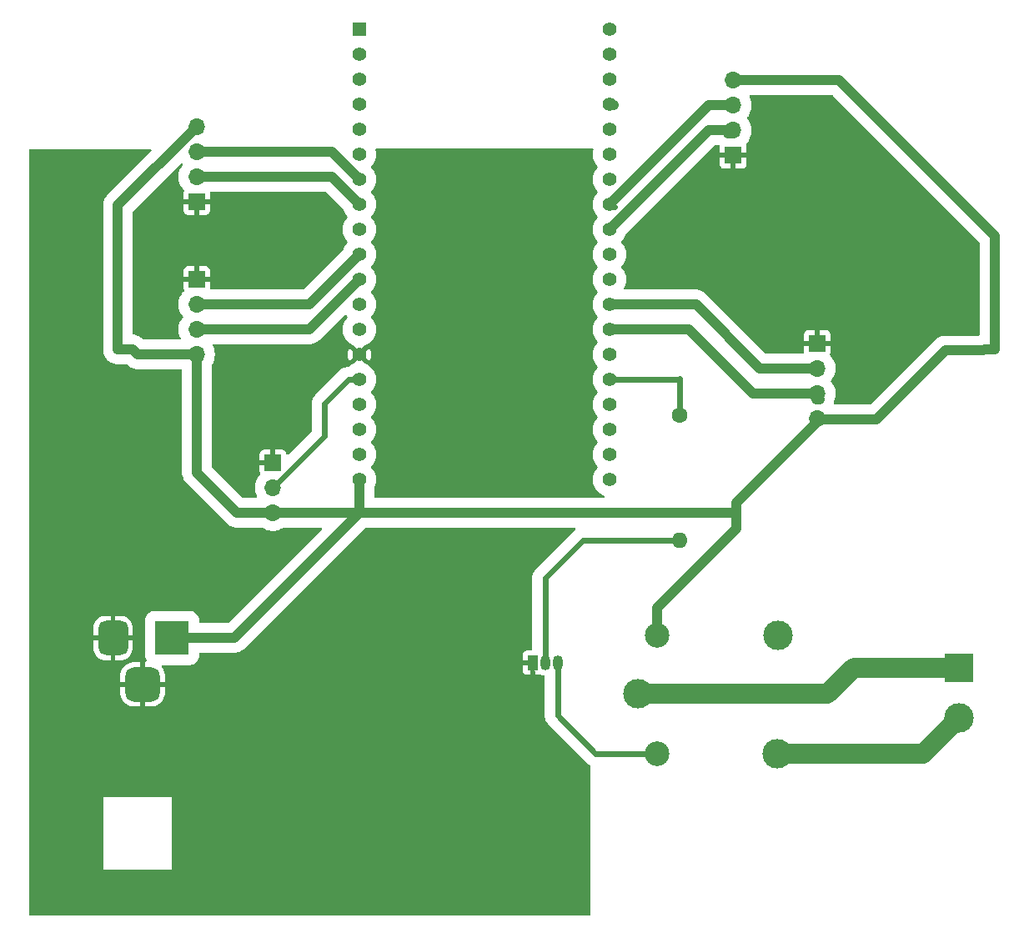
<source format=gbr>
%TF.GenerationSoftware,KiCad,Pcbnew,9.0.0*%
%TF.CreationDate,2025-02-27T14:40:57-05:00*%
%TF.ProjectId,pcb1prototipo,70636231-7072-46f7-946f-7469706f2e6b,rev?*%
%TF.SameCoordinates,Original*%
%TF.FileFunction,Copper,L2,Bot*%
%TF.FilePolarity,Positive*%
%FSLAX46Y46*%
G04 Gerber Fmt 4.6, Leading zero omitted, Abs format (unit mm)*
G04 Created by KiCad (PCBNEW 9.0.0) date 2025-02-27 14:40:57*
%MOMM*%
%LPD*%
G01*
G04 APERTURE LIST*
G04 Aperture macros list*
%AMRoundRect*
0 Rectangle with rounded corners*
0 $1 Rounding radius*
0 $2 $3 $4 $5 $6 $7 $8 $9 X,Y pos of 4 corners*
0 Add a 4 corners polygon primitive as box body*
4,1,4,$2,$3,$4,$5,$6,$7,$8,$9,$2,$3,0*
0 Add four circle primitives for the rounded corners*
1,1,$1+$1,$2,$3*
1,1,$1+$1,$4,$5*
1,1,$1+$1,$6,$7*
1,1,$1+$1,$8,$9*
0 Add four rect primitives between the rounded corners*
20,1,$1+$1,$2,$3,$4,$5,0*
20,1,$1+$1,$4,$5,$6,$7,0*
20,1,$1+$1,$6,$7,$8,$9,0*
20,1,$1+$1,$8,$9,$2,$3,0*%
G04 Aperture macros list end*
%TA.AperFunction,ComponentPad*%
%ADD10R,1.700000X1.700000*%
%TD*%
%TA.AperFunction,ComponentPad*%
%ADD11O,1.700000X1.700000*%
%TD*%
%TA.AperFunction,ComponentPad*%
%ADD12C,1.408000*%
%TD*%
%TA.AperFunction,ComponentPad*%
%ADD13R,1.408000X1.408000*%
%TD*%
%TA.AperFunction,ComponentPad*%
%ADD14O,1.600000X1.600000*%
%TD*%
%TA.AperFunction,ComponentPad*%
%ADD15C,1.600000*%
%TD*%
%TA.AperFunction,ComponentPad*%
%ADD16R,3.500000X3.500000*%
%TD*%
%TA.AperFunction,ComponentPad*%
%ADD17RoundRect,0.750000X-0.750000X-1.000000X0.750000X-1.000000X0.750000X1.000000X-0.750000X1.000000X0*%
%TD*%
%TA.AperFunction,ComponentPad*%
%ADD18RoundRect,0.875000X-0.875000X-0.875000X0.875000X-0.875000X0.875000X0.875000X-0.875000X0.875000X0*%
%TD*%
%TA.AperFunction,ComponentPad*%
%ADD19C,3.000000*%
%TD*%
%TA.AperFunction,ComponentPad*%
%ADD20C,2.500000*%
%TD*%
%TA.AperFunction,ComponentPad*%
%ADD21R,1.050000X1.500000*%
%TD*%
%TA.AperFunction,ComponentPad*%
%ADD22O,1.050000X1.500000*%
%TD*%
%TA.AperFunction,ComponentPad*%
%ADD23R,3.000000X3.000000*%
%TD*%
%TA.AperFunction,ViaPad*%
%ADD24C,1.100000*%
%TD*%
%TA.AperFunction,Conductor*%
%ADD25C,1.000000*%
%TD*%
%TA.AperFunction,Conductor*%
%ADD26C,0.600000*%
%TD*%
%TA.AperFunction,Conductor*%
%ADD27C,2.000000*%
%TD*%
G04 APERTURE END LIST*
D10*
%TO.P,A3,1,Pin_1*%
%TO.N,GND*%
X82000000Y-57000000D03*
D11*
%TO.P,A3,4,Pin_4*%
%TO.N,+5V*%
X82000000Y-49380000D03*
%TO.P,A3,3,Pin_3*%
%TO.N,/TRIGER3*%
X82000000Y-51920000D03*
%TO.P,A3,2,Pin_2*%
%TO.N,/ECHO3*%
X82000000Y-54460000D03*
%TD*%
D12*
%TO.P,U2,J2_14,GND_J2_14*%
%TO.N,GND*%
X98500000Y-72520000D03*
%TO.P,U2,J3_2,IO23*%
%TO.N,unconnected-(U2-IO23-PadJ3_2)*%
X123900000Y-42040000D03*
%TO.P,U2,J3_19,CLK*%
%TO.N,unconnected-(U2-CLK-PadJ3_19)*%
X123900000Y-85220000D03*
%TO.P,U2,J2_19,EXT_5V*%
%TO.N,+5V*%
X98500000Y-85220000D03*
%TO.P,U2,J3_18,SD0*%
%TO.N,unconnected-(U2-SD0-PadJ3_18)*%
X123900000Y-82680000D03*
%TO.P,U2,J2_18,CMD*%
%TO.N,unconnected-(U2-CMD-PadJ2_18)*%
X98500000Y-82680000D03*
%TO.P,U2,J3_17,SD1*%
%TO.N,unconnected-(U2-SD1-PadJ3_17)*%
X123900000Y-80140000D03*
%TO.P,U2,J2_17,SD3*%
%TO.N,unconnected-(U2-SD3-PadJ2_17)*%
X98500000Y-80140000D03*
%TO.P,U2,J3_16,IO15*%
%TO.N,unconnected-(U2-IO15-PadJ3_16)*%
X123900000Y-77600000D03*
%TO.P,U2,J2_16,SD2*%
%TO.N,unconnected-(U2-SD2-PadJ2_16)*%
X98500000Y-77600000D03*
%TO.P,U2,J3_15,IO2*%
%TO.N,Net-(U2-IO2)*%
X123900000Y-75060000D03*
%TO.P,U2,J2_15,IO13*%
%TO.N,/DHT*%
X98500000Y-75060000D03*
%TO.P,U2,J3_14,IO0*%
%TO.N,unconnected-(U2-IO0-PadJ3_14)*%
X123900000Y-72520000D03*
%TO.P,U2,J3_13,IO4*%
%TO.N,/TRIGER2*%
X123900000Y-69980000D03*
%TO.P,U2,J2_13,IO12*%
%TO.N,unconnected-(U2-IO12-PadJ2_13)*%
X98500000Y-69980000D03*
%TO.P,U2,J3_12,IO16*%
%TO.N,/ECHO2*%
X123900000Y-67440000D03*
%TO.P,U2,J2_12,IO14*%
%TO.N,unconnected-(U2-IO14-PadJ2_12)*%
X98500000Y-67440000D03*
%TO.P,U2,J3_11,IO17*%
%TO.N,unconnected-(U2-IO17-PadJ3_11)*%
X123900000Y-64900000D03*
%TO.P,U2,J2_11,IO27*%
%TO.N,/TRIGER4*%
X98500000Y-64900000D03*
%TO.P,U2,J3_10,IO5*%
%TO.N,unconnected-(U2-IO5-PadJ3_10)*%
X123900000Y-62360000D03*
%TO.P,U2,J2_10,IO26*%
%TO.N,/ECHO4*%
X98500000Y-62360000D03*
%TO.P,U2,J3_9,IO18*%
%TO.N,/ECHO1*%
X123900000Y-59820000D03*
%TO.P,U2,J2_9,IO25*%
%TO.N,unconnected-(U2-IO25-PadJ2_9)*%
X98500000Y-59820000D03*
%TO.P,U2,J3_8,IO19*%
%TO.N,/TRIGER1*%
X123900000Y-57280000D03*
%TO.P,U2,J2_8,IO33*%
%TO.N,/ECHO3*%
X98500000Y-57280000D03*
%TO.P,U2,J3_7,GND_J3_7*%
%TO.N,unconnected-(U2-GND_J3_7-PadJ3_7)*%
X123900000Y-54740000D03*
%TO.P,U2,J2_7,IO32*%
%TO.N,/TRIGER3*%
X98500000Y-54740000D03*
%TO.P,U2,J3_6,IO21*%
%TO.N,unconnected-(U2-IO21-PadJ3_6)*%
X123900000Y-52200000D03*
%TO.P,U2,J2_6,IO35*%
%TO.N,unconnected-(U2-IO35-PadJ2_6)*%
X98500000Y-52200000D03*
%TO.P,U2,J3_5,RXD0*%
%TO.N,unconnected-(U2-RXD0-PadJ3_5)*%
X123900000Y-49660000D03*
%TO.P,U2,J2_5,IO34*%
%TO.N,unconnected-(U2-IO34-PadJ2_5)*%
X98500000Y-49660000D03*
%TO.P,U2,J3_4,TXD0*%
%TO.N,unconnected-(U2-TXD0-PadJ3_4)*%
X123900000Y-47120000D03*
%TO.P,U2,J2_4,SENSOR_VN*%
%TO.N,unconnected-(U2-SENSOR_VN-PadJ2_4)*%
X98500000Y-47120000D03*
%TO.P,U2,J3_3,IO22*%
%TO.N,unconnected-(U2-IO22-PadJ3_3)*%
X123900000Y-44580000D03*
%TO.P,U2,J2_3,SENSOR_VP*%
%TO.N,unconnected-(U2-SENSOR_VP-PadJ2_3)*%
X98500000Y-44580000D03*
%TO.P,U2,J2_2,EN*%
%TO.N,unconnected-(U2-EN-PadJ2_2)*%
X98500000Y-42040000D03*
%TO.P,U2,J3_1,GND_J3_1*%
%TO.N,unconnected-(U2-GND_J3_1-PadJ3_1)*%
X123900000Y-39500000D03*
D13*
%TO.P,U2,J2_1,3V3*%
%TO.N,unconnected-(U2-3V3-PadJ2_1)*%
X98500000Y-39500000D03*
%TD*%
D14*
%TO.P,R1,2*%
%TO.N,/RELatSp*%
X131000000Y-91350000D03*
D15*
%TO.P,R1,1*%
%TO.N,Net-(U2-IO2)*%
X131000000Y-78650000D03*
%TD*%
D10*
%TO.P,A4,1,Pin_1*%
%TO.N,GND*%
X82000000Y-64880000D03*
D11*
%TO.P,A4,4,Pin_4*%
%TO.N,+5V*%
X82000000Y-72500000D03*
%TO.P,A4,3,Pin_3*%
%TO.N,/TRIGER4*%
X82000000Y-69960000D03*
%TO.P,A4,2,Pin_2*%
%TO.N,/ECHO4*%
X82000000Y-67420000D03*
%TD*%
D10*
%TO.P,B1,1,Pin_1*%
%TO.N,GND*%
X89745000Y-83500000D03*
D11*
%TO.P,B1,3,Pin_3*%
%TO.N,+5V*%
X89745000Y-88580000D03*
%TO.P,B1,2,Pin_2*%
%TO.N,/DHT*%
X89745000Y-86040000D03*
%TD*%
D16*
%TO.P,J2,1*%
%TO.N,+5V*%
X79500000Y-101300000D03*
D17*
%TO.P,J2,2*%
%TO.N,GND*%
X73500000Y-101300000D03*
D18*
%TO.P,J2,3*%
X76500000Y-106000000D03*
%TD*%
D10*
%TO.P,A1,1,Pin_1*%
%TO.N,GND*%
X136475000Y-52300000D03*
D11*
%TO.P,A1,2,Pin_2*%
%TO.N,/ECHO1*%
X136475000Y-49760000D03*
%TO.P,A1,3,Pin_3*%
%TO.N,/TRIGER1*%
X136475000Y-47220000D03*
%TO.P,A1,4,Pin_4*%
%TO.N,+5V*%
X136475000Y-44680000D03*
%TD*%
D19*
%TO.P,K1,1*%
%TO.N,Net-(J1-Pin_1)*%
X126800000Y-107000000D03*
D20*
%TO.P,K1,2*%
%TO.N,Net-(Q1-C)*%
X128750000Y-113050000D03*
D19*
%TO.P,K1,3*%
%TO.N,Net-(J1-Pin_2)*%
X140950000Y-113050000D03*
%TO.P,K1,4*%
%TO.N,unconnected-(K1-Pad4)*%
X141000000Y-101000000D03*
D20*
%TO.P,K1,5*%
%TO.N,+5V*%
X128750000Y-101050000D03*
%TD*%
D10*
%TO.P,A2,1,Pin_1*%
%TO.N,GND*%
X145000000Y-71380000D03*
D11*
%TO.P,A2,2,Pin_2*%
%TO.N,/ECHO2*%
X145000000Y-73920000D03*
%TO.P,A2,3,Pin_3*%
%TO.N,/TRIGER2*%
X145000000Y-76460000D03*
%TO.P,A2,4,Pin_4*%
%TO.N,+5V*%
X145000000Y-79000000D03*
%TD*%
D21*
%TO.P,Q1,1,E*%
%TO.N,GND*%
X116100000Y-103800000D03*
D22*
%TO.P,Q1,2,B*%
%TO.N,/RELatSp*%
X117370000Y-103800000D03*
%TO.P,Q1,3,C*%
%TO.N,Net-(Q1-C)*%
X118640000Y-103800000D03*
%TD*%
D23*
%TO.P,J1,1,Pin_1*%
%TO.N,Net-(J1-Pin_1)*%
X159350000Y-104350000D03*
D19*
%TO.P,J1,2,Pin_2*%
%TO.N,Net-(J1-Pin_2)*%
X159350000Y-109430000D03*
%TD*%
D24*
%TO.N,GND*%
X153000000Y-72000000D03*
X114000000Y-93000000D03*
X78000000Y-79000000D03*
X87000000Y-79000000D03*
X89000000Y-64500000D03*
X89000000Y-73000000D03*
%TD*%
D25*
%TO.N,/ECHO1*%
X133960000Y-49760000D02*
X136475000Y-49760000D01*
X123900000Y-59820000D02*
X133960000Y-49760000D01*
%TO.N,/TRIGER1*%
X123900000Y-57280000D02*
X133960000Y-47220000D01*
X133960000Y-47220000D02*
X136475000Y-47220000D01*
%TO.N,/ECHO2*%
X132690000Y-67440000D02*
X139170000Y-73920000D01*
X123900000Y-67440000D02*
X132690000Y-67440000D01*
X139170000Y-73920000D02*
X145000000Y-73920000D01*
%TO.N,/TRIGER2*%
X138500000Y-76500000D02*
X131980000Y-69980000D01*
X138540000Y-76460000D02*
X138500000Y-76500000D01*
X131980000Y-69980000D02*
X123900000Y-69980000D01*
X145000000Y-76460000D02*
X138540000Y-76460000D01*
D26*
%TO.N,Net-(U2-IO2)*%
X130940000Y-75060000D02*
X123900000Y-75060000D01*
X131000000Y-78650000D02*
X131000000Y-75000000D01*
D25*
%TO.N,+5V*%
X85780000Y-101300000D02*
X98500000Y-88580000D01*
X79500000Y-101300000D02*
X85780000Y-101300000D01*
%TO.N,/TRIGER4*%
X93440000Y-69960000D02*
X98500000Y-64900000D01*
X82000000Y-69960000D02*
X93440000Y-69960000D01*
%TO.N,/ECHO4*%
X82000000Y-67420000D02*
X93440000Y-67420000D01*
X93440000Y-67420000D02*
X98500000Y-62360000D01*
%TO.N,/TRIGER3*%
X95680000Y-51920000D02*
X98500000Y-54740000D01*
X82000000Y-51920000D02*
X95680000Y-51920000D01*
%TO.N,/ECHO3*%
X95680000Y-54460000D02*
X98500000Y-57280000D01*
X82000000Y-54460000D02*
X95680000Y-54460000D01*
D26*
%TO.N,/DHT*%
X95000000Y-77500000D02*
X97440000Y-75060000D01*
X97440000Y-75060000D02*
X98500000Y-75060000D01*
X95000000Y-80785000D02*
X95000000Y-77500000D01*
X89745000Y-86040000D02*
X95000000Y-80785000D01*
D25*
%TO.N,+5V*%
X98500000Y-88580000D02*
X98500000Y-85220000D01*
X98500000Y-88580000D02*
X136720000Y-88580000D01*
X89745000Y-88580000D02*
X98500000Y-88580000D01*
X136800000Y-88500000D02*
X136800000Y-87540000D01*
X136720000Y-88580000D02*
X136800000Y-88500000D01*
X86080000Y-88580000D02*
X89745000Y-88580000D01*
X82000000Y-84500000D02*
X86080000Y-88580000D01*
X82000000Y-72500000D02*
X82000000Y-84500000D01*
X76000000Y-72500000D02*
X82000000Y-72500000D01*
X74000000Y-72000000D02*
X75500000Y-72000000D01*
X74000000Y-57380000D02*
X74000000Y-72000000D01*
X75500000Y-72000000D02*
X76000000Y-72500000D01*
X82000000Y-49380000D02*
X74000000Y-57380000D01*
D26*
%TO.N,/TRIGER1*%
X124460000Y-57485000D02*
X124200000Y-57225000D01*
%TO.N,/RELatSp*%
X117370000Y-95180000D02*
X117370000Y-103800000D01*
D25*
%TO.N,unconnected-(U2-TXD0-PadJ3_4)*%
X124355000Y-47220000D02*
X124200000Y-47065000D01*
D26*
X124400000Y-47265000D02*
X124200000Y-47065000D01*
D25*
%TO.N,+5V*%
X145220000Y-79120000D02*
X151000000Y-79120000D01*
X163000000Y-60500000D02*
X163000000Y-72000000D01*
X161880000Y-72120000D02*
X158000000Y-72120000D01*
X147180000Y-44680000D02*
X163000000Y-60500000D01*
X145220000Y-79120000D02*
X136800000Y-87540000D01*
X151000000Y-79120000D02*
X158000000Y-72120000D01*
X163000000Y-72000000D02*
X162000000Y-72000000D01*
X136475000Y-44680000D02*
X147180000Y-44680000D01*
X162000000Y-72000000D02*
X161880000Y-72120000D01*
D26*
%TO.N,/ECHO1*%
X136045000Y-49605000D02*
X136245000Y-49805000D01*
D25*
X136245000Y-50040000D02*
X135960000Y-50040000D01*
X136320000Y-49605000D02*
X136475000Y-49760000D01*
%TO.N,/TRIGER2*%
X145220000Y-77040000D02*
X144936000Y-77040000D01*
D27*
%TO.N,Net-(J1-Pin_2)*%
X140950000Y-113050000D02*
X155730000Y-113050000D01*
X155730000Y-113050000D02*
X159350000Y-109430000D01*
%TO.N,Net-(J1-Pin_1)*%
X126800000Y-107000000D02*
X146050000Y-107000000D01*
X146050000Y-107000000D02*
X148700000Y-104350000D01*
X148700000Y-104350000D02*
X159350000Y-104350000D01*
D26*
%TO.N,Net-(Q1-C)*%
X122500000Y-113050000D02*
X128750000Y-113050000D01*
X118640000Y-109190000D02*
X122500000Y-113050000D01*
X118640000Y-103800000D02*
X118640000Y-109190000D01*
%TO.N,/RELatSp*%
X121200000Y-91350000D02*
X117370000Y-95180000D01*
X131000000Y-91350000D02*
X121200000Y-91350000D01*
D25*
%TO.N,+5V*%
X136800000Y-90200000D02*
X136800000Y-88500000D01*
X128750000Y-98250000D02*
X136800000Y-90200000D01*
X128750000Y-101050000D02*
X128750000Y-98250000D01*
%TD*%
%TA.AperFunction,Conductor*%
%TO.N,GND*%
G36*
X77365649Y-51679685D02*
G01*
X77411404Y-51732489D01*
X77421348Y-51801647D01*
X77392323Y-51865203D01*
X77386291Y-51871681D01*
X72855484Y-56402488D01*
X72716657Y-56593565D01*
X72609755Y-56803374D01*
X72609753Y-56803378D01*
X72609433Y-56804004D01*
X72609432Y-56804007D01*
X72536446Y-57028631D01*
X72499500Y-57261902D01*
X72499500Y-72118097D01*
X72536446Y-72351368D01*
X72609433Y-72575996D01*
X72716657Y-72786433D01*
X72855483Y-72977510D01*
X73022490Y-73144517D01*
X73213567Y-73283343D01*
X73293155Y-73323895D01*
X73424003Y-73390566D01*
X73424005Y-73390566D01*
X73424008Y-73390568D01*
X73544412Y-73429689D01*
X73648631Y-73463553D01*
X73881903Y-73500500D01*
X73881908Y-73500500D01*
X74118092Y-73500500D01*
X74827110Y-73500500D01*
X74894149Y-73520185D01*
X74914791Y-73536819D01*
X75022491Y-73644519D01*
X75022496Y-73644523D01*
X75172396Y-73753431D01*
X75213567Y-73783343D01*
X75311680Y-73833334D01*
X75424003Y-73890566D01*
X75424005Y-73890566D01*
X75424008Y-73890568D01*
X75544412Y-73929689D01*
X75648631Y-73963553D01*
X75881903Y-74000500D01*
X75881908Y-74000500D01*
X76118092Y-74000500D01*
X80375500Y-74000500D01*
X80442539Y-74020185D01*
X80488294Y-74072989D01*
X80499500Y-74124500D01*
X80499500Y-84618097D01*
X80536446Y-84851368D01*
X80609433Y-85075996D01*
X80682699Y-85219788D01*
X80716657Y-85286434D01*
X80855483Y-85477510D01*
X85102490Y-89724517D01*
X85229874Y-89817067D01*
X85293567Y-89863344D01*
X85378113Y-89906421D01*
X85462660Y-89949500D01*
X85504003Y-89970566D01*
X85504005Y-89970566D01*
X85504008Y-89970568D01*
X85624412Y-90009689D01*
X85728631Y-90043553D01*
X85961903Y-90080500D01*
X85961908Y-90080500D01*
X88618618Y-90080500D01*
X88685657Y-90100185D01*
X88694104Y-90106124D01*
X88714711Y-90121936D01*
X88924784Y-90243222D01*
X88924785Y-90243222D01*
X88924788Y-90243224D01*
X89148900Y-90336054D01*
X89383211Y-90398838D01*
X89563586Y-90422584D01*
X89623711Y-90430500D01*
X89623712Y-90430500D01*
X89866289Y-90430500D01*
X89914388Y-90424167D01*
X90106789Y-90398838D01*
X90341100Y-90336054D01*
X90565212Y-90243224D01*
X90775289Y-90121936D01*
X90795896Y-90106124D01*
X90861065Y-90080930D01*
X90871382Y-90080500D01*
X94578110Y-90080500D01*
X94645149Y-90100185D01*
X94690904Y-90152989D01*
X94700848Y-90222147D01*
X94671823Y-90285703D01*
X94665791Y-90292181D01*
X85194792Y-99763181D01*
X85133469Y-99796666D01*
X85107111Y-99799500D01*
X82374499Y-99799500D01*
X82307460Y-99779815D01*
X82261705Y-99727011D01*
X82250499Y-99675500D01*
X82250499Y-99491971D01*
X82250499Y-99491964D01*
X82239886Y-99372582D01*
X82183909Y-99176951D01*
X82089698Y-98996593D01*
X82037684Y-98932803D01*
X81961109Y-98838890D01*
X81803409Y-98710304D01*
X81803410Y-98710304D01*
X81803407Y-98710302D01*
X81623049Y-98616091D01*
X81623048Y-98616090D01*
X81623045Y-98616089D01*
X81505829Y-98582550D01*
X81427418Y-98560114D01*
X81427415Y-98560113D01*
X81427413Y-98560113D01*
X81361102Y-98554217D01*
X81308037Y-98549500D01*
X81308032Y-98549500D01*
X77691971Y-98549500D01*
X77691965Y-98549500D01*
X77691964Y-98549501D01*
X77680316Y-98550536D01*
X77572584Y-98560113D01*
X77376954Y-98616089D01*
X77286772Y-98663196D01*
X77196593Y-98710302D01*
X77196591Y-98710303D01*
X77196590Y-98710304D01*
X77038890Y-98838890D01*
X76910304Y-98996590D01*
X76816089Y-99176954D01*
X76760114Y-99372583D01*
X76760113Y-99372586D01*
X76749500Y-99491966D01*
X76749500Y-103108028D01*
X76749501Y-103108031D01*
X76749501Y-103108036D01*
X76751571Y-103131330D01*
X76760113Y-103227415D01*
X76816089Y-103423045D01*
X76816090Y-103423048D01*
X76816091Y-103423049D01*
X76892115Y-103568590D01*
X76905706Y-103637123D01*
X76880087Y-103702127D01*
X76823392Y-103742960D01*
X76782206Y-103750000D01*
X76750000Y-103750000D01*
X76750000Y-105500000D01*
X76250000Y-105500000D01*
X76250000Y-103750000D01*
X75531423Y-103750000D01*
X75531411Y-103750001D01*
X75478808Y-103752794D01*
X75249012Y-103797237D01*
X75030024Y-103879879D01*
X74828158Y-103998339D01*
X74828151Y-103998344D01*
X74649213Y-104149211D01*
X74649211Y-104149213D01*
X74498344Y-104328151D01*
X74498339Y-104328158D01*
X74379879Y-104530024D01*
X74297237Y-104749012D01*
X74252794Y-104978808D01*
X74252794Y-104978809D01*
X74250001Y-105031382D01*
X74250000Y-105031421D01*
X74250000Y-105750000D01*
X75066988Y-105750000D01*
X75034075Y-105807007D01*
X75000000Y-105934174D01*
X75000000Y-106065826D01*
X75034075Y-106192993D01*
X75066988Y-106250000D01*
X74250001Y-106250000D01*
X74250001Y-106968588D01*
X74252794Y-107021191D01*
X74297237Y-107250987D01*
X74379879Y-107469975D01*
X74498339Y-107671841D01*
X74498344Y-107671848D01*
X74649211Y-107850786D01*
X74649213Y-107850788D01*
X74828151Y-108001655D01*
X74828158Y-108001660D01*
X75030024Y-108120120D01*
X75249012Y-108202762D01*
X75478809Y-108247205D01*
X75531382Y-108249998D01*
X75531421Y-108249999D01*
X76249999Y-108249999D01*
X76250000Y-108249998D01*
X76250000Y-106500000D01*
X76750000Y-106500000D01*
X76750000Y-108249999D01*
X77468576Y-108249999D01*
X77468588Y-108249998D01*
X77521191Y-108247205D01*
X77750987Y-108202762D01*
X77969975Y-108120120D01*
X78171841Y-108001660D01*
X78171848Y-108001655D01*
X78350786Y-107850788D01*
X78350788Y-107850786D01*
X78501655Y-107671848D01*
X78501660Y-107671841D01*
X78620120Y-107469975D01*
X78702762Y-107250987D01*
X78747205Y-107021191D01*
X78747205Y-107021190D01*
X78749998Y-106968617D01*
X78750000Y-106968578D01*
X78750000Y-106250000D01*
X77933012Y-106250000D01*
X77965925Y-106192993D01*
X78000000Y-106065826D01*
X78000000Y-105934174D01*
X77965925Y-105807007D01*
X77933012Y-105750000D01*
X78749999Y-105750000D01*
X78749999Y-105031423D01*
X78749998Y-105031411D01*
X78747205Y-104978808D01*
X78702762Y-104749012D01*
X78620120Y-104530024D01*
X78501660Y-104328158D01*
X78501655Y-104328151D01*
X78439497Y-104254428D01*
X78411333Y-104190487D01*
X78422210Y-104121469D01*
X78468674Y-104069288D01*
X78534295Y-104050499D01*
X81308036Y-104050499D01*
X81427418Y-104039886D01*
X81623049Y-103983909D01*
X81803407Y-103889698D01*
X81961109Y-103761109D01*
X82089698Y-103603407D01*
X82183909Y-103423049D01*
X82239886Y-103227418D01*
X82250500Y-103108037D01*
X82250500Y-102924500D01*
X82270185Y-102857461D01*
X82322989Y-102811706D01*
X82374500Y-102800500D01*
X85898097Y-102800500D01*
X86131368Y-102763553D01*
X86355992Y-102690568D01*
X86566434Y-102583343D01*
X86757510Y-102444517D01*
X99085209Y-90116819D01*
X99146532Y-90083334D01*
X99172890Y-90080500D01*
X120353141Y-90080500D01*
X120420180Y-90100185D01*
X120465935Y-90152989D01*
X120475879Y-90222147D01*
X120446854Y-90285703D01*
X120426028Y-90304816D01*
X120352781Y-90358034D01*
X120352779Y-90358036D01*
X120352778Y-90358036D01*
X116378036Y-94332778D01*
X116257713Y-94498388D01*
X116211246Y-94589585D01*
X116211245Y-94589584D01*
X116164779Y-94680781D01*
X116164779Y-94680782D01*
X116101523Y-94875461D01*
X116101523Y-94875464D01*
X116069500Y-95077648D01*
X116069500Y-102426000D01*
X116049815Y-102493039D01*
X115997011Y-102538794D01*
X115945500Y-102550000D01*
X115527155Y-102550000D01*
X115467627Y-102556401D01*
X115467620Y-102556403D01*
X115332913Y-102606645D01*
X115332906Y-102606649D01*
X115217812Y-102692809D01*
X115217809Y-102692812D01*
X115131649Y-102807906D01*
X115131645Y-102807913D01*
X115081403Y-102942620D01*
X115081401Y-102942627D01*
X115075000Y-103002155D01*
X115075000Y-103550000D01*
X115819670Y-103550000D01*
X115799925Y-103569745D01*
X115750556Y-103655255D01*
X115725000Y-103750630D01*
X115725000Y-103849370D01*
X115750556Y-103944745D01*
X115799925Y-104030255D01*
X115819670Y-104050000D01*
X115075000Y-104050000D01*
X115075000Y-104597844D01*
X115081401Y-104657372D01*
X115081403Y-104657379D01*
X115131645Y-104792086D01*
X115131649Y-104792093D01*
X115217809Y-104907187D01*
X115217812Y-104907190D01*
X115332906Y-104993350D01*
X115332913Y-104993354D01*
X115467620Y-105043596D01*
X115467627Y-105043598D01*
X115527155Y-105049999D01*
X115527172Y-105050000D01*
X115850000Y-105050000D01*
X115850000Y-104101806D01*
X115845957Y-104076287D01*
X115869745Y-104100075D01*
X115955255Y-104149444D01*
X116050630Y-104175000D01*
X116124419Y-104175000D01*
X116164781Y-104299223D01*
X116257713Y-104481610D01*
X116326319Y-104576038D01*
X116349798Y-104641843D01*
X116350000Y-104648922D01*
X116350000Y-105050000D01*
X116672828Y-105050000D01*
X116672844Y-105049999D01*
X116732377Y-105043597D01*
X116732382Y-105043596D01*
X116811282Y-105014168D01*
X116880973Y-105009183D01*
X116892934Y-105012418D01*
X117065462Y-105068476D01*
X117065463Y-105068476D01*
X117065466Y-105068477D01*
X117234900Y-105095313D01*
X117298032Y-105125241D01*
X117334964Y-105184552D01*
X117339500Y-105217785D01*
X117339500Y-109292351D01*
X117371522Y-109494534D01*
X117434781Y-109689223D01*
X117481246Y-109780414D01*
X117527713Y-109871611D01*
X117648034Y-110037219D01*
X117648036Y-110037221D01*
X121652786Y-114041971D01*
X121818385Y-114162284D01*
X121818387Y-114162285D01*
X121818390Y-114162287D01*
X121932296Y-114220325D01*
X121983091Y-114268298D01*
X122000000Y-114330809D01*
X122000000Y-129375500D01*
X121980315Y-129442539D01*
X121927511Y-129488294D01*
X121876000Y-129499500D01*
X65124500Y-129499500D01*
X65057461Y-129479815D01*
X65011706Y-129427011D01*
X65000500Y-129375500D01*
X65000500Y-124820000D01*
X72500000Y-124820000D01*
X79500000Y-124820000D01*
X79500000Y-117500000D01*
X72500000Y-117500000D01*
X72500000Y-124820000D01*
X65000500Y-124820000D01*
X65000500Y-100235803D01*
X71500000Y-100235803D01*
X71500000Y-101050000D01*
X73000000Y-101050000D01*
X73000000Y-101550000D01*
X71500001Y-101550000D01*
X71500001Y-102364197D01*
X71510400Y-102496332D01*
X71565377Y-102714519D01*
X71658428Y-102919374D01*
X71658431Y-102919380D01*
X71786559Y-103104323D01*
X71786569Y-103104335D01*
X71945664Y-103263430D01*
X71945676Y-103263440D01*
X72130619Y-103391568D01*
X72130625Y-103391571D01*
X72335480Y-103484622D01*
X72553667Y-103539599D01*
X72685810Y-103549999D01*
X73249999Y-103549999D01*
X73250000Y-103549998D01*
X73250000Y-102733012D01*
X73307007Y-102765925D01*
X73434174Y-102800000D01*
X73565826Y-102800000D01*
X73692993Y-102765925D01*
X73750000Y-102733012D01*
X73750000Y-103549999D01*
X74314182Y-103549999D01*
X74314197Y-103549998D01*
X74446332Y-103539599D01*
X74664519Y-103484622D01*
X74869374Y-103391571D01*
X74869380Y-103391568D01*
X75054323Y-103263440D01*
X75054335Y-103263430D01*
X75213430Y-103104335D01*
X75213440Y-103104323D01*
X75341568Y-102919380D01*
X75341571Y-102919374D01*
X75434622Y-102714519D01*
X75489599Y-102496332D01*
X75499999Y-102364196D01*
X75500000Y-102364184D01*
X75500000Y-101550000D01*
X74000000Y-101550000D01*
X74000000Y-101050000D01*
X75499999Y-101050000D01*
X75499999Y-100235817D01*
X75499998Y-100235802D01*
X75489599Y-100103667D01*
X75434622Y-99885480D01*
X75341571Y-99680625D01*
X75341568Y-99680619D01*
X75213440Y-99495676D01*
X75213430Y-99495664D01*
X75054335Y-99336569D01*
X75054323Y-99336559D01*
X74869380Y-99208431D01*
X74869374Y-99208428D01*
X74664519Y-99115377D01*
X74446332Y-99060400D01*
X74314196Y-99050000D01*
X73750000Y-99050000D01*
X73750000Y-99866988D01*
X73692993Y-99834075D01*
X73565826Y-99800000D01*
X73434174Y-99800000D01*
X73307007Y-99834075D01*
X73250000Y-99866988D01*
X73250000Y-99050000D01*
X72685817Y-99050000D01*
X72685802Y-99050001D01*
X72553667Y-99060400D01*
X72335480Y-99115377D01*
X72130625Y-99208428D01*
X72130619Y-99208431D01*
X71945676Y-99336559D01*
X71945664Y-99336569D01*
X71786569Y-99495664D01*
X71786559Y-99495676D01*
X71658431Y-99680619D01*
X71658428Y-99680625D01*
X71565377Y-99885480D01*
X71510400Y-100103667D01*
X71500000Y-100235803D01*
X65000500Y-100235803D01*
X65000500Y-51784000D01*
X65020185Y-51716961D01*
X65072989Y-51671206D01*
X65124500Y-51660000D01*
X77298610Y-51660000D01*
X77365649Y-51679685D01*
G37*
%TD.AperFunction*%
%TA.AperFunction,Conductor*%
G36*
X97110461Y-68488966D02*
G01*
X97133897Y-68490642D01*
X97145248Y-68498336D01*
X97155239Y-68501027D01*
X97173649Y-68517585D01*
X97182426Y-68523534D01*
X97185837Y-68527296D01*
X97215740Y-68566266D01*
X97273933Y-68624459D01*
X97275974Y-68626710D01*
X97289934Y-68655544D01*
X97305277Y-68683642D01*
X97305053Y-68686770D01*
X97306421Y-68689596D01*
X97302577Y-68721394D01*
X97300293Y-68753334D01*
X97298350Y-68756355D01*
X97298036Y-68758961D01*
X97291959Y-68766301D01*
X97271792Y-68797681D01*
X97215740Y-68853733D01*
X97079718Y-69030998D01*
X96968002Y-69224497D01*
X96967998Y-69224507D01*
X96882495Y-69430928D01*
X96824665Y-69646756D01*
X96795500Y-69868273D01*
X96795500Y-70091726D01*
X96806176Y-70172812D01*
X96824665Y-70313245D01*
X96852766Y-70418118D01*
X96882495Y-70529071D01*
X96967998Y-70735492D01*
X96968002Y-70735502D01*
X97079718Y-70929001D01*
X97215740Y-71106266D01*
X97215748Y-71106275D01*
X97373725Y-71264252D01*
X97373733Y-71264259D01*
X97550998Y-71400281D01*
X97744497Y-71511997D01*
X97744512Y-71512004D01*
X97794171Y-71532573D01*
X97894220Y-71574014D01*
X97934447Y-71600893D01*
X98411415Y-72077861D01*
X98326306Y-72100667D01*
X98223694Y-72159910D01*
X98139910Y-72243694D01*
X98080667Y-72346306D01*
X98057861Y-72431414D01*
X97489253Y-71862806D01*
X97470245Y-71888969D01*
X97384210Y-72057821D01*
X97325645Y-72238062D01*
X97296000Y-72425237D01*
X97296000Y-72614762D01*
X97325645Y-72801937D01*
X97384210Y-72982178D01*
X97470246Y-73151033D01*
X97489253Y-73177192D01*
X97489253Y-73177193D01*
X98057861Y-72608584D01*
X98080667Y-72693694D01*
X98139910Y-72796306D01*
X98223694Y-72880090D01*
X98326306Y-72939333D01*
X98411414Y-72962138D01*
X97934447Y-73439105D01*
X97894219Y-73465985D01*
X97744507Y-73527997D01*
X97744497Y-73528002D01*
X97550999Y-73639718D01*
X97428291Y-73733876D01*
X97363122Y-73759070D01*
X97352805Y-73759500D01*
X97337648Y-73759500D01*
X97311497Y-73763642D01*
X97135468Y-73791522D01*
X97135467Y-73791522D01*
X97049604Y-73819421D01*
X96940782Y-73854779D01*
X96940781Y-73854779D01*
X96849584Y-73901245D01*
X96849585Y-73901246D01*
X96758388Y-73947713D01*
X96592778Y-74068036D01*
X94008036Y-76652778D01*
X94008031Y-76652784D01*
X93887716Y-76818384D01*
X93887709Y-76818396D01*
X93870911Y-76851366D01*
X93870910Y-76851367D01*
X93794781Y-77000779D01*
X93794780Y-77000781D01*
X93763151Y-77098123D01*
X93763151Y-77098124D01*
X93763150Y-77098123D01*
X93736172Y-77181158D01*
X93736171Y-77181163D01*
X93731522Y-77195467D01*
X93731522Y-77195469D01*
X93699500Y-77397648D01*
X93699500Y-80194953D01*
X93679815Y-80261992D01*
X93663181Y-80282634D01*
X91302402Y-82643412D01*
X91241079Y-82676897D01*
X91171387Y-82671913D01*
X91115454Y-82630041D01*
X91091431Y-82568985D01*
X91088596Y-82542620D01*
X91038354Y-82407913D01*
X91038350Y-82407906D01*
X90952190Y-82292812D01*
X90952187Y-82292809D01*
X90837093Y-82206649D01*
X90837086Y-82206645D01*
X90702379Y-82156403D01*
X90702372Y-82156401D01*
X90642844Y-82150000D01*
X89995000Y-82150000D01*
X89995000Y-83066988D01*
X89937993Y-83034075D01*
X89810826Y-83000000D01*
X89679174Y-83000000D01*
X89552007Y-83034075D01*
X89495000Y-83066988D01*
X89495000Y-82150000D01*
X88847155Y-82150000D01*
X88787627Y-82156401D01*
X88787620Y-82156403D01*
X88652913Y-82206645D01*
X88652906Y-82206649D01*
X88537812Y-82292809D01*
X88537809Y-82292812D01*
X88451649Y-82407906D01*
X88451645Y-82407913D01*
X88401403Y-82542620D01*
X88401401Y-82542627D01*
X88395000Y-82602155D01*
X88395000Y-83250000D01*
X89311988Y-83250000D01*
X89279075Y-83307007D01*
X89245000Y-83434174D01*
X89245000Y-83565826D01*
X89279075Y-83692993D01*
X89311988Y-83750000D01*
X88395000Y-83750000D01*
X88395000Y-84397844D01*
X88401401Y-84457372D01*
X88401403Y-84457379D01*
X88454746Y-84600399D01*
X88453217Y-84600969D01*
X88465899Y-84659262D01*
X88441484Y-84724727D01*
X88429897Y-84738099D01*
X88350732Y-84817264D01*
X88203067Y-85009706D01*
X88081777Y-85219785D01*
X88081773Y-85219794D01*
X87988947Y-85443895D01*
X87926161Y-85678214D01*
X87894500Y-85918711D01*
X87894500Y-86161288D01*
X87926161Y-86401785D01*
X87988947Y-86636104D01*
X88073014Y-86839059D01*
X88081776Y-86860212D01*
X88092199Y-86878266D01*
X88100995Y-86893500D01*
X88117468Y-86961400D01*
X88094616Y-87027427D01*
X88039695Y-87070617D01*
X87993608Y-87079500D01*
X86752889Y-87079500D01*
X86685850Y-87059815D01*
X86665208Y-87043181D01*
X83536819Y-83914792D01*
X83503334Y-83853469D01*
X83500500Y-83827111D01*
X83500500Y-73626381D01*
X83520185Y-73559342D01*
X83526126Y-73550893D01*
X83536925Y-73536819D01*
X83541936Y-73530289D01*
X83663224Y-73320212D01*
X83756054Y-73096100D01*
X83818838Y-72861789D01*
X83850500Y-72621288D01*
X83850500Y-72378712D01*
X83818838Y-72138211D01*
X83756054Y-71903900D01*
X83663224Y-71679788D01*
X83644004Y-71646499D01*
X83627532Y-71578600D01*
X83650384Y-71512573D01*
X83705305Y-71469383D01*
X83751392Y-71460500D01*
X93558097Y-71460500D01*
X93791368Y-71423553D01*
X94015992Y-71350568D01*
X94226434Y-71243343D01*
X94417510Y-71104517D01*
X97002884Y-68519141D01*
X97013487Y-68513352D01*
X97021194Y-68504043D01*
X97043584Y-68496917D01*
X97064205Y-68485658D01*
X97076257Y-68486519D01*
X97087774Y-68482855D01*
X97110461Y-68488966D01*
G37*
%TD.AperFunction*%
%TA.AperFunction,Conductor*%
G36*
X122209620Y-51589685D02*
G01*
X122255375Y-51642489D01*
X122265319Y-51711647D01*
X122262358Y-51726079D01*
X122242552Y-51800000D01*
X122224664Y-51866758D01*
X122195500Y-52088273D01*
X122195500Y-52311726D01*
X122202623Y-52365826D01*
X122224665Y-52533245D01*
X122244430Y-52607007D01*
X122282495Y-52749071D01*
X122367998Y-52955492D01*
X122368002Y-52955502D01*
X122479718Y-53149001D01*
X122615740Y-53326266D01*
X122615748Y-53326275D01*
X122671792Y-53382319D01*
X122705277Y-53443642D01*
X122700293Y-53513334D01*
X122671792Y-53557681D01*
X122615740Y-53613733D01*
X122479718Y-53790998D01*
X122368002Y-53984497D01*
X122367998Y-53984507D01*
X122282495Y-54190928D01*
X122224665Y-54406756D01*
X122195500Y-54628273D01*
X122195500Y-54851726D01*
X122218183Y-55024017D01*
X122224665Y-55073245D01*
X122253580Y-55181157D01*
X122282495Y-55289071D01*
X122367998Y-55495492D01*
X122368002Y-55495502D01*
X122479718Y-55689001D01*
X122615740Y-55866266D01*
X122615748Y-55866275D01*
X122671792Y-55922319D01*
X122705277Y-55983642D01*
X122700293Y-56053334D01*
X122671792Y-56097681D01*
X122615740Y-56153733D01*
X122479718Y-56330998D01*
X122368002Y-56524497D01*
X122367998Y-56524507D01*
X122282495Y-56730928D01*
X122224665Y-56946756D01*
X122195500Y-57168273D01*
X122195500Y-57391726D01*
X122218183Y-57564017D01*
X122224665Y-57613245D01*
X122253580Y-57721157D01*
X122282495Y-57829071D01*
X122367998Y-58035492D01*
X122368002Y-58035502D01*
X122479718Y-58229001D01*
X122615740Y-58406266D01*
X122615748Y-58406275D01*
X122671792Y-58462319D01*
X122705277Y-58523642D01*
X122700293Y-58593334D01*
X122671792Y-58637681D01*
X122615740Y-58693733D01*
X122479718Y-58870998D01*
X122368002Y-59064497D01*
X122367998Y-59064507D01*
X122282495Y-59270928D01*
X122224665Y-59486756D01*
X122195500Y-59708273D01*
X122195500Y-59931726D01*
X122218183Y-60104017D01*
X122224665Y-60153245D01*
X122253580Y-60261157D01*
X122282495Y-60369071D01*
X122367998Y-60575492D01*
X122368002Y-60575502D01*
X122479718Y-60769001D01*
X122615740Y-60946266D01*
X122615748Y-60946275D01*
X122671792Y-61002319D01*
X122705277Y-61063642D01*
X122700293Y-61133334D01*
X122671792Y-61177681D01*
X122615740Y-61233733D01*
X122479718Y-61410998D01*
X122368002Y-61604497D01*
X122367998Y-61604507D01*
X122282495Y-61810928D01*
X122224665Y-62026756D01*
X122195500Y-62248273D01*
X122195500Y-62471726D01*
X122218183Y-62644017D01*
X122224665Y-62693245D01*
X122253580Y-62801157D01*
X122282495Y-62909071D01*
X122367998Y-63115492D01*
X122368002Y-63115502D01*
X122479718Y-63309001D01*
X122615740Y-63486266D01*
X122615748Y-63486275D01*
X122671792Y-63542319D01*
X122705277Y-63603642D01*
X122700293Y-63673334D01*
X122671792Y-63717681D01*
X122615740Y-63773733D01*
X122479718Y-63950998D01*
X122368002Y-64144497D01*
X122367998Y-64144507D01*
X122282495Y-64350928D01*
X122224665Y-64566756D01*
X122195500Y-64788273D01*
X122195500Y-65011726D01*
X122211072Y-65130000D01*
X122224665Y-65233245D01*
X122237220Y-65280099D01*
X122282495Y-65449071D01*
X122367998Y-65655492D01*
X122368002Y-65655502D01*
X122479718Y-65849001D01*
X122615740Y-66026266D01*
X122615748Y-66026275D01*
X122671792Y-66082319D01*
X122705277Y-66143642D01*
X122700293Y-66213334D01*
X122671792Y-66257681D01*
X122615740Y-66313733D01*
X122479718Y-66490998D01*
X122368002Y-66684497D01*
X122367998Y-66684507D01*
X122282495Y-66890928D01*
X122224665Y-67106756D01*
X122195500Y-67328273D01*
X122195500Y-67551726D01*
X122218183Y-67724017D01*
X122224665Y-67773245D01*
X122253580Y-67881157D01*
X122282495Y-67989071D01*
X122367998Y-68195492D01*
X122368002Y-68195502D01*
X122479718Y-68389001D01*
X122615740Y-68566266D01*
X122615748Y-68566275D01*
X122671792Y-68622319D01*
X122705277Y-68683642D01*
X122700293Y-68753334D01*
X122671792Y-68797681D01*
X122615740Y-68853733D01*
X122479718Y-69030998D01*
X122368002Y-69224497D01*
X122367998Y-69224507D01*
X122282495Y-69430928D01*
X122224665Y-69646756D01*
X122195500Y-69868273D01*
X122195500Y-70091726D01*
X122206176Y-70172812D01*
X122224665Y-70313245D01*
X122252766Y-70418118D01*
X122282495Y-70529071D01*
X122367998Y-70735492D01*
X122368002Y-70735502D01*
X122479718Y-70929001D01*
X122615740Y-71106266D01*
X122615748Y-71106275D01*
X122671792Y-71162319D01*
X122705277Y-71223642D01*
X122700293Y-71293334D01*
X122671792Y-71337681D01*
X122615740Y-71393733D01*
X122479718Y-71570998D01*
X122368002Y-71764497D01*
X122367998Y-71764507D01*
X122282495Y-71970928D01*
X122224665Y-72186756D01*
X122195500Y-72408273D01*
X122195500Y-72631726D01*
X122204129Y-72697263D01*
X122224665Y-72853245D01*
X122234435Y-72889706D01*
X122282495Y-73069071D01*
X122367998Y-73275492D01*
X122368002Y-73275502D01*
X122479718Y-73469001D01*
X122615740Y-73646266D01*
X122615748Y-73646275D01*
X122671792Y-73702319D01*
X122705277Y-73763642D01*
X122700293Y-73833334D01*
X122671792Y-73877681D01*
X122615740Y-73933733D01*
X122479718Y-74110998D01*
X122368002Y-74304497D01*
X122367998Y-74304507D01*
X122282495Y-74510928D01*
X122224665Y-74726756D01*
X122195500Y-74948273D01*
X122195500Y-75171726D01*
X122218183Y-75344017D01*
X122224665Y-75393245D01*
X122234435Y-75429706D01*
X122282495Y-75609071D01*
X122367998Y-75815492D01*
X122368002Y-75815502D01*
X122479718Y-76009001D01*
X122615740Y-76186266D01*
X122615748Y-76186275D01*
X122671792Y-76242319D01*
X122705277Y-76303642D01*
X122700293Y-76373334D01*
X122671792Y-76417681D01*
X122615740Y-76473733D01*
X122479718Y-76650998D01*
X122368002Y-76844497D01*
X122367998Y-76844507D01*
X122282495Y-77050928D01*
X122224665Y-77266756D01*
X122195500Y-77488273D01*
X122195500Y-77711726D01*
X122218183Y-77884017D01*
X122224665Y-77933245D01*
X122231968Y-77960500D01*
X122282495Y-78149071D01*
X122367998Y-78355492D01*
X122368002Y-78355502D01*
X122479718Y-78549001D01*
X122615740Y-78726266D01*
X122615748Y-78726275D01*
X122671792Y-78782319D01*
X122705277Y-78843642D01*
X122700293Y-78913334D01*
X122671792Y-78957681D01*
X122615740Y-79013733D01*
X122479718Y-79190998D01*
X122368002Y-79384497D01*
X122367998Y-79384507D01*
X122282495Y-79590928D01*
X122224665Y-79806756D01*
X122195500Y-80028273D01*
X122195500Y-80251726D01*
X122209572Y-80358605D01*
X122224665Y-80473245D01*
X122234666Y-80510568D01*
X122282495Y-80689071D01*
X122367998Y-80895492D01*
X122368002Y-80895502D01*
X122479718Y-81089001D01*
X122615740Y-81266266D01*
X122615748Y-81266275D01*
X122671792Y-81322319D01*
X122705277Y-81383642D01*
X122700293Y-81453334D01*
X122671792Y-81497681D01*
X122615740Y-81553733D01*
X122479718Y-81730998D01*
X122368002Y-81924497D01*
X122367998Y-81924507D01*
X122282495Y-82130928D01*
X122224665Y-82346756D01*
X122195500Y-82568273D01*
X122195500Y-82791726D01*
X122218183Y-82964017D01*
X122224665Y-83013245D01*
X122253580Y-83121157D01*
X122282495Y-83229071D01*
X122367998Y-83435492D01*
X122368002Y-83435502D01*
X122479718Y-83629001D01*
X122615740Y-83806266D01*
X122615748Y-83806275D01*
X122671792Y-83862319D01*
X122705277Y-83923642D01*
X122700293Y-83993334D01*
X122671792Y-84037681D01*
X122615740Y-84093733D01*
X122479718Y-84270998D01*
X122368002Y-84464497D01*
X122367998Y-84464507D01*
X122282495Y-84670928D01*
X122224665Y-84886756D01*
X122195500Y-85108273D01*
X122195500Y-85331726D01*
X122210269Y-85443900D01*
X122224665Y-85553245D01*
X122253580Y-85661157D01*
X122282495Y-85769071D01*
X122367998Y-85975492D01*
X122368002Y-85975502D01*
X122479718Y-86169001D01*
X122615740Y-86346266D01*
X122615748Y-86346275D01*
X122773725Y-86504252D01*
X122773733Y-86504259D01*
X122950998Y-86640281D01*
X123144497Y-86751997D01*
X123144498Y-86751997D01*
X123144501Y-86751999D01*
X123232212Y-86788330D01*
X123350927Y-86837504D01*
X123352622Y-86838079D01*
X123353060Y-86838387D01*
X123354682Y-86839059D01*
X123354531Y-86839421D01*
X123409778Y-86878266D01*
X123436134Y-86942974D01*
X123423322Y-87011659D01*
X123375410Y-87062514D01*
X123312768Y-87079500D01*
X100124500Y-87079500D01*
X100057461Y-87059815D01*
X100011706Y-87007011D01*
X100000500Y-86955500D01*
X100000500Y-86063282D01*
X100017112Y-86001283D01*
X100031999Y-85975499D01*
X100117505Y-85769069D01*
X100175335Y-85553245D01*
X100204500Y-85331719D01*
X100204500Y-85108281D01*
X100175335Y-84886755D01*
X100117505Y-84670931D01*
X100107068Y-84645735D01*
X100032001Y-84464507D01*
X100031997Y-84464497D01*
X99920281Y-84270998D01*
X99784259Y-84093733D01*
X99784252Y-84093725D01*
X99728208Y-84037682D01*
X99694722Y-83976359D01*
X99699706Y-83906667D01*
X99728208Y-83862318D01*
X99784252Y-83806274D01*
X99784260Y-83806266D01*
X99920281Y-83629001D01*
X100031999Y-83435499D01*
X100117505Y-83229069D01*
X100175335Y-83013245D01*
X100204500Y-82791719D01*
X100204500Y-82568281D01*
X100175335Y-82346755D01*
X100117505Y-82130931D01*
X100031999Y-81924501D01*
X100031997Y-81924497D01*
X99920281Y-81730998D01*
X99784259Y-81553733D01*
X99784252Y-81553725D01*
X99728208Y-81497682D01*
X99694722Y-81436359D01*
X99699706Y-81366667D01*
X99728208Y-81322318D01*
X99784252Y-81266274D01*
X99784260Y-81266266D01*
X99920281Y-81089001D01*
X100031999Y-80895499D01*
X100117505Y-80689069D01*
X100175335Y-80473245D01*
X100204500Y-80251719D01*
X100204500Y-80028281D01*
X100175335Y-79806755D01*
X100117505Y-79590931D01*
X100031999Y-79384501D01*
X100031997Y-79384497D01*
X99920281Y-79190998D01*
X99784259Y-79013733D01*
X99784252Y-79013725D01*
X99728208Y-78957682D01*
X99694722Y-78896359D01*
X99699706Y-78826667D01*
X99728208Y-78782318D01*
X99784252Y-78726274D01*
X99784260Y-78726266D01*
X99920281Y-78549001D01*
X100031999Y-78355499D01*
X100117505Y-78149069D01*
X100175335Y-77933245D01*
X100204500Y-77711719D01*
X100204500Y-77488281D01*
X100175335Y-77266755D01*
X100117505Y-77050931D01*
X100031999Y-76844501D01*
X100031997Y-76844497D01*
X99920281Y-76650998D01*
X99784259Y-76473733D01*
X99784252Y-76473725D01*
X99728208Y-76417682D01*
X99694722Y-76356359D01*
X99699706Y-76286667D01*
X99728208Y-76242318D01*
X99784252Y-76186274D01*
X99784260Y-76186266D01*
X99920281Y-76009001D01*
X100031999Y-75815499D01*
X100117505Y-75609069D01*
X100175335Y-75393245D01*
X100204500Y-75171719D01*
X100204500Y-74948281D01*
X100175335Y-74726755D01*
X100117505Y-74510931D01*
X100031999Y-74304501D01*
X100031997Y-74304497D01*
X99920281Y-74110998D01*
X99807141Y-73963553D01*
X99784260Y-73933734D01*
X99784259Y-73933733D01*
X99784252Y-73933725D01*
X99626275Y-73775748D01*
X99626266Y-73775740D01*
X99449001Y-73639718D01*
X99255502Y-73528002D01*
X99255492Y-73527998D01*
X99105779Y-73465985D01*
X99065551Y-73439105D01*
X98588585Y-72962137D01*
X98673694Y-72939333D01*
X98776306Y-72880090D01*
X98860090Y-72796306D01*
X98919333Y-72693694D01*
X98942137Y-72608585D01*
X99510745Y-73177193D01*
X99510746Y-73177192D01*
X99529746Y-73151043D01*
X99529756Y-73151027D01*
X99615787Y-72982184D01*
X99615788Y-72982182D01*
X99674354Y-72801937D01*
X99704000Y-72614762D01*
X99704000Y-72425237D01*
X99674354Y-72238062D01*
X99615789Y-72057821D01*
X99529752Y-71888966D01*
X99510745Y-71862806D01*
X98942137Y-72431414D01*
X98919333Y-72346306D01*
X98860090Y-72243694D01*
X98776306Y-72159910D01*
X98673694Y-72100667D01*
X98588584Y-72077861D01*
X99065551Y-71600893D01*
X99105769Y-71574018D01*
X99255499Y-71511999D01*
X99449001Y-71400281D01*
X99626266Y-71264260D01*
X99626270Y-71264255D01*
X99626275Y-71264252D01*
X99784252Y-71106275D01*
X99784255Y-71106270D01*
X99784260Y-71106266D01*
X99920281Y-70929001D01*
X100031999Y-70735499D01*
X100117505Y-70529069D01*
X100175335Y-70313245D01*
X100204500Y-70091719D01*
X100204500Y-69868281D01*
X100175335Y-69646755D01*
X100117505Y-69430931D01*
X100031999Y-69224501D01*
X99983094Y-69139794D01*
X99920281Y-69030998D01*
X99784259Y-68853733D01*
X99784252Y-68853725D01*
X99728208Y-68797682D01*
X99694722Y-68736359D01*
X99699706Y-68666667D01*
X99728208Y-68622318D01*
X99784252Y-68566274D01*
X99784260Y-68566266D01*
X99920281Y-68389001D01*
X100031999Y-68195499D01*
X100117505Y-67989069D01*
X100175335Y-67773245D01*
X100204500Y-67551719D01*
X100204500Y-67328281D01*
X100175335Y-67106755D01*
X100117505Y-66890931D01*
X100031999Y-66684501D01*
X99983094Y-66599794D01*
X99920281Y-66490998D01*
X99784259Y-66313733D01*
X99784252Y-66313725D01*
X99728208Y-66257682D01*
X99694722Y-66196359D01*
X99699706Y-66126667D01*
X99728208Y-66082318D01*
X99784252Y-66026274D01*
X99784260Y-66026266D01*
X99920281Y-65849001D01*
X100031999Y-65655499D01*
X100117505Y-65449069D01*
X100175335Y-65233245D01*
X100204500Y-65011719D01*
X100204500Y-64788281D01*
X100175335Y-64566755D01*
X100117505Y-64350931D01*
X100031999Y-64144501D01*
X99938269Y-63982155D01*
X99920281Y-63950998D01*
X99795140Y-63787913D01*
X99784260Y-63773734D01*
X99784259Y-63773733D01*
X99784252Y-63773725D01*
X99728208Y-63717682D01*
X99694722Y-63656359D01*
X99699706Y-63586667D01*
X99728208Y-63542318D01*
X99784252Y-63486274D01*
X99784260Y-63486266D01*
X99920281Y-63309001D01*
X100031999Y-63115499D01*
X100117505Y-62909069D01*
X100175335Y-62693245D01*
X100204500Y-62471719D01*
X100204500Y-62248281D01*
X100175335Y-62026755D01*
X100117505Y-61810931D01*
X100031999Y-61604501D01*
X100031997Y-61604497D01*
X99920281Y-61410998D01*
X99784259Y-61233733D01*
X99784252Y-61233725D01*
X99728208Y-61177682D01*
X99694722Y-61116359D01*
X99699706Y-61046667D01*
X99728208Y-61002318D01*
X99784252Y-60946274D01*
X99784260Y-60946266D01*
X99920281Y-60769001D01*
X100031999Y-60575499D01*
X100117505Y-60369069D01*
X100175335Y-60153245D01*
X100204500Y-59931719D01*
X100204500Y-59708281D01*
X100175335Y-59486755D01*
X100117505Y-59270931D01*
X100031999Y-59064501D01*
X100031997Y-59064497D01*
X99920281Y-58870998D01*
X99784259Y-58693733D01*
X99784252Y-58693725D01*
X99728208Y-58637682D01*
X99694722Y-58576359D01*
X99699706Y-58506667D01*
X99728208Y-58462318D01*
X99784252Y-58406274D01*
X99784260Y-58406266D01*
X99920281Y-58229001D01*
X100031999Y-58035499D01*
X100117505Y-57829069D01*
X100175335Y-57613245D01*
X100204500Y-57391719D01*
X100204500Y-57168281D01*
X100175335Y-56946755D01*
X100117505Y-56730931D01*
X100031999Y-56524501D01*
X100031997Y-56524497D01*
X99920281Y-56330998D01*
X99784259Y-56153733D01*
X99784252Y-56153725D01*
X99728208Y-56097682D01*
X99694722Y-56036359D01*
X99699706Y-55966667D01*
X99728208Y-55922318D01*
X99784252Y-55866274D01*
X99784260Y-55866266D01*
X99920281Y-55689001D01*
X100031999Y-55495499D01*
X100117505Y-55289069D01*
X100175335Y-55073245D01*
X100204500Y-54851719D01*
X100204500Y-54628281D01*
X100175335Y-54406755D01*
X100117505Y-54190931D01*
X100031999Y-53984501D01*
X100031997Y-53984497D01*
X99920281Y-53790998D01*
X99784259Y-53613733D01*
X99784252Y-53613725D01*
X99728208Y-53557682D01*
X99694722Y-53496359D01*
X99699706Y-53426667D01*
X99728208Y-53382318D01*
X99784252Y-53326274D01*
X99784260Y-53326266D01*
X99920281Y-53149001D01*
X100031999Y-52955499D01*
X100117505Y-52749069D01*
X100175335Y-52533245D01*
X100204500Y-52311719D01*
X100204500Y-52088281D01*
X100175335Y-51866755D01*
X100137644Y-51726090D01*
X100139307Y-51656244D01*
X100178469Y-51598381D01*
X100242698Y-51570877D01*
X100257419Y-51570000D01*
X122142581Y-51570000D01*
X122209620Y-51589685D01*
G37*
%TD.AperFunction*%
%TA.AperFunction,Conductor*%
G36*
X146574150Y-46200185D02*
G01*
X146594792Y-46216819D01*
X161463181Y-61085208D01*
X161496666Y-61146531D01*
X161499500Y-61172889D01*
X161499500Y-70495307D01*
X161493893Y-70514401D01*
X161493212Y-70534292D01*
X161484250Y-70547239D01*
X161479815Y-70562346D01*
X161464775Y-70575377D01*
X161453449Y-70591743D01*
X161429291Y-70606125D01*
X161427011Y-70608101D01*
X161423122Y-70609798D01*
X161422658Y-70609991D01*
X161375036Y-70619500D01*
X157881903Y-70619500D01*
X157648631Y-70656446D01*
X157424003Y-70729433D01*
X157213565Y-70836657D01*
X157022488Y-70975484D01*
X157022487Y-70975485D01*
X150414792Y-77583181D01*
X150353469Y-77616666D01*
X150327111Y-77619500D01*
X146780100Y-77619500D01*
X146713061Y-77599815D01*
X146667306Y-77547011D01*
X146657362Y-77477853D01*
X146662169Y-77457181D01*
X146683553Y-77391368D01*
X146720500Y-77158094D01*
X146720529Y-77157731D01*
X146720614Y-77157375D01*
X146721263Y-77153280D01*
X146721585Y-77153331D01*
X146729585Y-77120001D01*
X146756054Y-77056100D01*
X146818838Y-76821789D01*
X146850500Y-76581288D01*
X146850500Y-76338712D01*
X146818838Y-76098211D01*
X146756054Y-75863900D01*
X146663224Y-75639788D01*
X146541936Y-75429711D01*
X146415922Y-75265486D01*
X146390728Y-75200317D01*
X146404766Y-75131872D01*
X146415922Y-75114514D01*
X146417099Y-75112979D01*
X146541936Y-74950289D01*
X146663224Y-74740212D01*
X146756054Y-74516100D01*
X146818838Y-74281789D01*
X146850500Y-74041288D01*
X146850500Y-73798712D01*
X146849982Y-73794781D01*
X146837439Y-73699500D01*
X146818838Y-73558211D01*
X146756054Y-73323900D01*
X146754523Y-73320205D01*
X146695286Y-73177193D01*
X146663224Y-73099788D01*
X146541936Y-72889711D01*
X146394265Y-72697262D01*
X146394260Y-72697256D01*
X146315103Y-72618099D01*
X146281618Y-72556776D01*
X146286602Y-72487084D01*
X146292913Y-72473265D01*
X146343597Y-72337376D01*
X146343598Y-72337372D01*
X146349999Y-72277844D01*
X146350000Y-72277827D01*
X146350000Y-71630000D01*
X145433012Y-71630000D01*
X145465925Y-71572993D01*
X145500000Y-71445826D01*
X145500000Y-71314174D01*
X145465925Y-71187007D01*
X145433012Y-71130000D01*
X146350000Y-71130000D01*
X146350000Y-70482172D01*
X146349999Y-70482155D01*
X146343598Y-70422627D01*
X146343596Y-70422620D01*
X146293354Y-70287913D01*
X146293350Y-70287906D01*
X146207190Y-70172812D01*
X146207187Y-70172809D01*
X146092093Y-70086649D01*
X146092086Y-70086645D01*
X145957379Y-70036403D01*
X145957372Y-70036401D01*
X145897844Y-70030000D01*
X145250000Y-70030000D01*
X145250000Y-70946988D01*
X145192993Y-70914075D01*
X145065826Y-70880000D01*
X144934174Y-70880000D01*
X144807007Y-70914075D01*
X144750000Y-70946988D01*
X144750000Y-70030000D01*
X144102155Y-70030000D01*
X144042627Y-70036401D01*
X144042620Y-70036403D01*
X143907913Y-70086645D01*
X143907906Y-70086649D01*
X143792812Y-70172809D01*
X143792809Y-70172812D01*
X143706649Y-70287906D01*
X143706645Y-70287913D01*
X143656403Y-70422620D01*
X143656401Y-70422627D01*
X143650000Y-70482155D01*
X143650000Y-71130000D01*
X144566988Y-71130000D01*
X144534075Y-71187007D01*
X144500000Y-71314174D01*
X144500000Y-71445826D01*
X144534075Y-71572993D01*
X144566988Y-71630000D01*
X143650000Y-71630000D01*
X143650000Y-72277841D01*
X143650474Y-72282243D01*
X143638070Y-72351003D01*
X143590460Y-72402141D01*
X143527185Y-72419500D01*
X139842889Y-72419500D01*
X139775850Y-72399815D01*
X139755208Y-72383181D01*
X133667511Y-66295484D01*
X133554442Y-66213334D01*
X133476434Y-66156657D01*
X133265996Y-66049433D01*
X133041368Y-65976446D01*
X132808097Y-65939500D01*
X132808092Y-65939500D01*
X125482805Y-65939500D01*
X125415766Y-65919815D01*
X125370011Y-65867011D01*
X125360067Y-65797853D01*
X125375418Y-65753500D01*
X125431999Y-65655499D01*
X125517505Y-65449069D01*
X125575335Y-65233245D01*
X125604500Y-65011719D01*
X125604500Y-64788281D01*
X125575335Y-64566755D01*
X125517505Y-64350931D01*
X125431999Y-64144501D01*
X125338269Y-63982155D01*
X125320281Y-63950998D01*
X125195140Y-63787913D01*
X125184260Y-63773734D01*
X125184259Y-63773733D01*
X125184252Y-63773725D01*
X125128208Y-63717682D01*
X125094722Y-63656359D01*
X125099706Y-63586667D01*
X125128208Y-63542318D01*
X125184252Y-63486274D01*
X125184260Y-63486266D01*
X125320281Y-63309001D01*
X125431999Y-63115499D01*
X125517505Y-62909069D01*
X125575335Y-62693245D01*
X125604500Y-62471719D01*
X125604500Y-62248281D01*
X125575335Y-62026755D01*
X125517505Y-61810931D01*
X125431999Y-61604501D01*
X125431997Y-61604497D01*
X125320281Y-61410998D01*
X125184259Y-61233733D01*
X125184252Y-61233725D01*
X125128208Y-61177682D01*
X125094722Y-61116359D01*
X125099706Y-61046667D01*
X125128208Y-61002318D01*
X125184252Y-60946274D01*
X125184260Y-60946266D01*
X125320281Y-60769001D01*
X125431999Y-60575499D01*
X125517505Y-60369069D01*
X125525211Y-60340306D01*
X125557302Y-60284723D01*
X134545208Y-51296819D01*
X134606531Y-51263334D01*
X134632889Y-51260500D01*
X135002185Y-51260500D01*
X135069224Y-51280185D01*
X135114979Y-51332989D01*
X135125474Y-51397757D01*
X135125000Y-51402158D01*
X135125000Y-52050000D01*
X136041988Y-52050000D01*
X136009075Y-52107007D01*
X135975000Y-52234174D01*
X135975000Y-52365826D01*
X136009075Y-52492993D01*
X136041988Y-52550000D01*
X135125000Y-52550000D01*
X135125000Y-53197844D01*
X135131401Y-53257372D01*
X135131403Y-53257379D01*
X135181645Y-53392086D01*
X135181649Y-53392093D01*
X135267809Y-53507187D01*
X135267812Y-53507190D01*
X135382906Y-53593350D01*
X135382913Y-53593354D01*
X135517620Y-53643596D01*
X135517627Y-53643598D01*
X135577155Y-53649999D01*
X135577172Y-53650000D01*
X136225000Y-53650000D01*
X136225000Y-52733012D01*
X136282007Y-52765925D01*
X136409174Y-52800000D01*
X136540826Y-52800000D01*
X136667993Y-52765925D01*
X136725000Y-52733012D01*
X136725000Y-53650000D01*
X137372828Y-53650000D01*
X137372844Y-53649999D01*
X137432372Y-53643598D01*
X137432379Y-53643596D01*
X137567086Y-53593354D01*
X137567093Y-53593350D01*
X137682187Y-53507190D01*
X137682190Y-53507187D01*
X137768350Y-53392093D01*
X137768354Y-53392086D01*
X137818596Y-53257379D01*
X137818598Y-53257372D01*
X137824999Y-53197844D01*
X137825000Y-53197827D01*
X137825000Y-52550000D01*
X136908012Y-52550000D01*
X136940925Y-52492993D01*
X136975000Y-52365826D01*
X136975000Y-52234174D01*
X136940925Y-52107007D01*
X136908012Y-52050000D01*
X137825000Y-52050000D01*
X137825000Y-51402172D01*
X137824999Y-51402155D01*
X137818598Y-51342627D01*
X137818596Y-51342620D01*
X137765254Y-51199601D01*
X137766781Y-51199031D01*
X137754100Y-51140735D01*
X137778516Y-51075270D01*
X137790090Y-51061912D01*
X137869265Y-50982738D01*
X138016936Y-50790289D01*
X138138224Y-50580212D01*
X138231054Y-50356100D01*
X138293838Y-50121789D01*
X138325500Y-49881288D01*
X138325500Y-49638712D01*
X138293838Y-49398211D01*
X138231054Y-49163900D01*
X138138224Y-48939788D01*
X138016936Y-48729711D01*
X137890922Y-48565486D01*
X137865728Y-48500317D01*
X137879766Y-48431872D01*
X137890922Y-48414514D01*
X137940647Y-48349711D01*
X138016936Y-48250289D01*
X138138224Y-48040212D01*
X138231054Y-47816100D01*
X138293838Y-47581789D01*
X138325500Y-47341288D01*
X138325500Y-47098712D01*
X138293838Y-46858211D01*
X138231054Y-46623900D01*
X138138224Y-46399788D01*
X138119004Y-46366499D01*
X138102532Y-46298600D01*
X138125384Y-46232573D01*
X138180305Y-46189383D01*
X138226392Y-46180500D01*
X146507111Y-46180500D01*
X146574150Y-46200185D01*
G37*
%TD.AperFunction*%
%TA.AperFunction,Conductor*%
G36*
X80523473Y-53081066D02*
G01*
X80579406Y-53122938D01*
X80603823Y-53188402D01*
X80588971Y-53256675D01*
X80578515Y-53272734D01*
X80458067Y-53429706D01*
X80336777Y-53639785D01*
X80336773Y-53639794D01*
X80243947Y-53863895D01*
X80181161Y-54098214D01*
X80149500Y-54338711D01*
X80149500Y-54581288D01*
X80181161Y-54821785D01*
X80243947Y-55056104D01*
X80336773Y-55280205D01*
X80336777Y-55280214D01*
X80341891Y-55289071D01*
X80458064Y-55490289D01*
X80458066Y-55490292D01*
X80458067Y-55490293D01*
X80605733Y-55682736D01*
X80605739Y-55682743D01*
X80684896Y-55761900D01*
X80718381Y-55823223D01*
X80713397Y-55892915D01*
X80707082Y-55906741D01*
X80656403Y-56042620D01*
X80656401Y-56042627D01*
X80650000Y-56102155D01*
X80650000Y-56750000D01*
X81566988Y-56750000D01*
X81534075Y-56807007D01*
X81500000Y-56934174D01*
X81500000Y-57065826D01*
X81534075Y-57192993D01*
X81566988Y-57250000D01*
X80650000Y-57250000D01*
X80650000Y-57897844D01*
X80656401Y-57957372D01*
X80656403Y-57957379D01*
X80706645Y-58092086D01*
X80706649Y-58092093D01*
X80792809Y-58207187D01*
X80792812Y-58207190D01*
X80907906Y-58293350D01*
X80907913Y-58293354D01*
X81042620Y-58343596D01*
X81042627Y-58343598D01*
X81102155Y-58349999D01*
X81102172Y-58350000D01*
X81750000Y-58350000D01*
X81750000Y-57433012D01*
X81807007Y-57465925D01*
X81934174Y-57500000D01*
X82065826Y-57500000D01*
X82192993Y-57465925D01*
X82250000Y-57433012D01*
X82250000Y-58350000D01*
X82897828Y-58350000D01*
X82897844Y-58349999D01*
X82957372Y-58343598D01*
X82957379Y-58343596D01*
X83092086Y-58293354D01*
X83092093Y-58293350D01*
X83207187Y-58207190D01*
X83207190Y-58207187D01*
X83293350Y-58092093D01*
X83293354Y-58092086D01*
X83343596Y-57957379D01*
X83343598Y-57957372D01*
X83349999Y-57897844D01*
X83350000Y-57897827D01*
X83350000Y-57250000D01*
X82433012Y-57250000D01*
X82465925Y-57192993D01*
X82500000Y-57065826D01*
X82500000Y-56934174D01*
X82465925Y-56807007D01*
X82433012Y-56750000D01*
X83350000Y-56750000D01*
X83350000Y-56102172D01*
X83349999Y-56102158D01*
X83349526Y-56097757D01*
X83361930Y-56028997D01*
X83409540Y-55977859D01*
X83472815Y-55960500D01*
X95007111Y-55960500D01*
X95074150Y-55980185D01*
X95094792Y-55996819D01*
X96842694Y-57744721D01*
X96874787Y-57800305D01*
X96882495Y-57829069D01*
X96882495Y-57829070D01*
X96967995Y-58035487D01*
X96968002Y-58035502D01*
X97079718Y-58229001D01*
X97215740Y-58406266D01*
X97215748Y-58406275D01*
X97271792Y-58462319D01*
X97305277Y-58523642D01*
X97300293Y-58593334D01*
X97271792Y-58637681D01*
X97215740Y-58693733D01*
X97079718Y-58870998D01*
X96968002Y-59064497D01*
X96967998Y-59064507D01*
X96882495Y-59270928D01*
X96824665Y-59486756D01*
X96795500Y-59708273D01*
X96795500Y-59931726D01*
X96818183Y-60104017D01*
X96824665Y-60153245D01*
X96853580Y-60261157D01*
X96882495Y-60369071D01*
X96967998Y-60575492D01*
X96968002Y-60575502D01*
X97079718Y-60769001D01*
X97215740Y-60946266D01*
X97215748Y-60946275D01*
X97271792Y-61002319D01*
X97305277Y-61063642D01*
X97300293Y-61133334D01*
X97271792Y-61177681D01*
X97215740Y-61233733D01*
X97079718Y-61410998D01*
X96968002Y-61604497D01*
X96967995Y-61604512D01*
X96882493Y-61810933D01*
X96874788Y-61839690D01*
X96842695Y-61895275D01*
X92854792Y-65883181D01*
X92793469Y-65916666D01*
X92767111Y-65919500D01*
X83472815Y-65919500D01*
X83405776Y-65899815D01*
X83360021Y-65847011D01*
X83349526Y-65782243D01*
X83349999Y-65777841D01*
X83350000Y-65777827D01*
X83350000Y-65130000D01*
X82433012Y-65130000D01*
X82465925Y-65072993D01*
X82500000Y-64945826D01*
X82500000Y-64814174D01*
X82465925Y-64687007D01*
X82433012Y-64630000D01*
X83350000Y-64630000D01*
X83350000Y-63982172D01*
X83349999Y-63982155D01*
X83343598Y-63922627D01*
X83343596Y-63922620D01*
X83293354Y-63787913D01*
X83293350Y-63787906D01*
X83207190Y-63672812D01*
X83207187Y-63672809D01*
X83092093Y-63586649D01*
X83092086Y-63586645D01*
X82957379Y-63536403D01*
X82957372Y-63536401D01*
X82897844Y-63530000D01*
X82250000Y-63530000D01*
X82250000Y-64446988D01*
X82192993Y-64414075D01*
X82065826Y-64380000D01*
X81934174Y-64380000D01*
X81807007Y-64414075D01*
X81750000Y-64446988D01*
X81750000Y-63530000D01*
X81102155Y-63530000D01*
X81042627Y-63536401D01*
X81042620Y-63536403D01*
X80907913Y-63586645D01*
X80907906Y-63586649D01*
X80792812Y-63672809D01*
X80792809Y-63672812D01*
X80706649Y-63787906D01*
X80706645Y-63787913D01*
X80656403Y-63922620D01*
X80656401Y-63922627D01*
X80650000Y-63982155D01*
X80650000Y-64630000D01*
X81566988Y-64630000D01*
X81534075Y-64687007D01*
X81500000Y-64814174D01*
X81500000Y-64945826D01*
X81534075Y-65072993D01*
X81566988Y-65130000D01*
X80650000Y-65130000D01*
X80650000Y-65777844D01*
X80656401Y-65837372D01*
X80656403Y-65837379D01*
X80709746Y-65980399D01*
X80708217Y-65980969D01*
X80720899Y-66039262D01*
X80696484Y-66104727D01*
X80684897Y-66118099D01*
X80605732Y-66197264D01*
X80458067Y-66389706D01*
X80336777Y-66599785D01*
X80336773Y-66599794D01*
X80243947Y-66823895D01*
X80181161Y-67058214D01*
X80149500Y-67298711D01*
X80149500Y-67541288D01*
X80181161Y-67781785D01*
X80243947Y-68016104D01*
X80336773Y-68240205D01*
X80336776Y-68240212D01*
X80458064Y-68450289D01*
X80458066Y-68450292D01*
X80458067Y-68450293D01*
X80584077Y-68614514D01*
X80609271Y-68679683D01*
X80595232Y-68748128D01*
X80584077Y-68765486D01*
X80458067Y-68929706D01*
X80336777Y-69139785D01*
X80336773Y-69139794D01*
X80243947Y-69363895D01*
X80181161Y-69598214D01*
X80149500Y-69838711D01*
X80149500Y-70081288D01*
X80181161Y-70321785D01*
X80243947Y-70556104D01*
X80336773Y-70780205D01*
X80336777Y-70780214D01*
X80355995Y-70813500D01*
X80372468Y-70881400D01*
X80349616Y-70947427D01*
X80294695Y-70990617D01*
X80248608Y-70999500D01*
X76672889Y-70999500D01*
X76605850Y-70979815D01*
X76585208Y-70963181D01*
X76477511Y-70855484D01*
X76373899Y-70780205D01*
X76286434Y-70716657D01*
X76075996Y-70609433D01*
X75851368Y-70536446D01*
X75618089Y-70499498D01*
X75614765Y-70499237D01*
X75613576Y-70498783D01*
X75613280Y-70498737D01*
X75613289Y-70498674D01*
X75549478Y-70474351D01*
X75508010Y-70418118D01*
X75500500Y-70375620D01*
X75500500Y-58052888D01*
X75520185Y-57985849D01*
X75536814Y-57965212D01*
X80392460Y-53109565D01*
X80453781Y-53076082D01*
X80523473Y-53081066D01*
G37*
%TD.AperFunction*%
%TD*%
M02*

</source>
